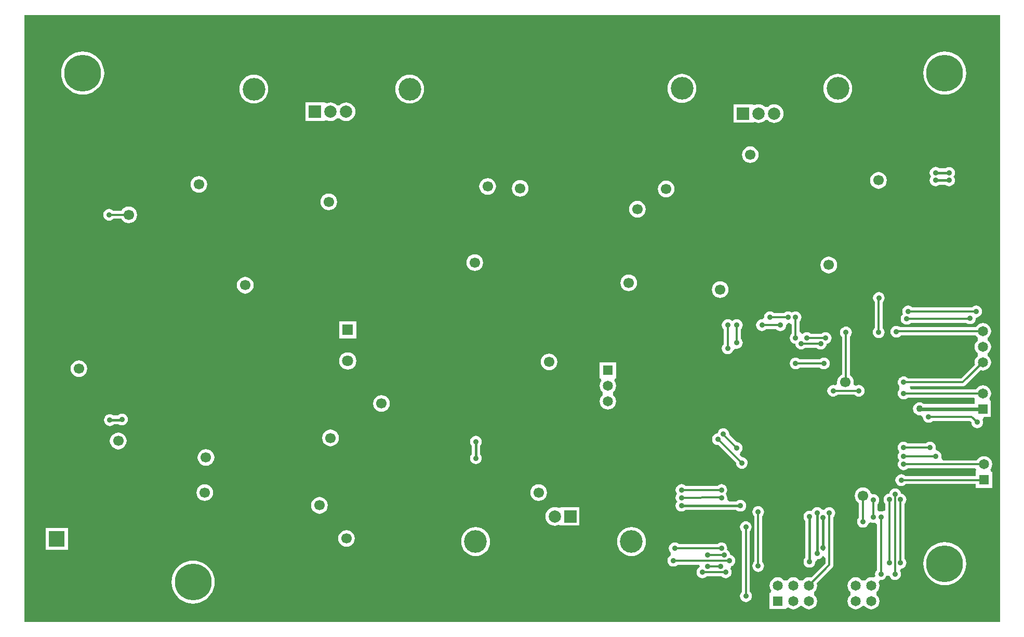
<source format=gbl>
G04 Layer_Physical_Order=2*
G04 Layer_Color=16711680*
%FSLAX44Y44*%
%MOMM*%
G71*
G01*
G75*
%ADD10C,0.3000*%
%ADD11C,0.6000*%
%ADD64C,0.4000*%
%ADD65C,0.2000*%
%ADD70C,3.7000*%
%ADD71C,2.0000*%
%ADD72R,2.0000X2.0000*%
%ADD73C,1.6500*%
%ADD74R,1.6500X1.6500*%
%ADD75C,1.7000*%
%ADD76R,1.6500X1.6500*%
%ADD77R,2.6000X2.6000*%
%ADD78C,2.6000*%
%ADD79R,1.8000X1.8000*%
%ADD80C,1.8000*%
%ADD81C,6.0000*%
%ADD82C,0.9000*%
%ADD83C,1.1000*%
G36*
X2328902Y69098D02*
X739098D01*
Y1058902D01*
X2328902D01*
Y69098D01*
D02*
G37*
%LPC*%
G36*
X892000Y377617D02*
X888476Y377152D01*
X885192Y375792D01*
X882372Y373628D01*
X880208Y370808D01*
X878848Y367524D01*
X878383Y364000D01*
X878848Y360476D01*
X880208Y357192D01*
X882372Y354372D01*
X885192Y352208D01*
X888476Y350848D01*
X892000Y350384D01*
X895524Y350848D01*
X898808Y352208D01*
X901628Y354372D01*
X903792Y357192D01*
X905153Y360476D01*
X905617Y364000D01*
X905153Y367524D01*
X903792Y370808D01*
X901628Y373628D01*
X898808Y375792D01*
X895524Y377152D01*
X892000Y377617D01*
D02*
G37*
G36*
X1238000Y382617D02*
X1234476Y382152D01*
X1231192Y380792D01*
X1228372Y378628D01*
X1226208Y375808D01*
X1224847Y372524D01*
X1224383Y369000D01*
X1224847Y365476D01*
X1226208Y362192D01*
X1228372Y359372D01*
X1231192Y357208D01*
X1234476Y355848D01*
X1238000Y355383D01*
X1241524Y355848D01*
X1244808Y357208D01*
X1247628Y359372D01*
X1249792Y362192D01*
X1251152Y365476D01*
X1251616Y369000D01*
X1251152Y372524D01*
X1249792Y375808D01*
X1247628Y378628D01*
X1244808Y380792D01*
X1241524Y382152D01*
X1238000Y382617D01*
D02*
G37*
G36*
X2214750Y363082D02*
X2212270Y362756D01*
X2209959Y361798D01*
X2207975Y360275D01*
X2207795Y360041D01*
X2178812Y359978D01*
X2178775Y360025D01*
X2176791Y361548D01*
X2174480Y362505D01*
X2172000Y362832D01*
X2169520Y362505D01*
X2167209Y361548D01*
X2165224Y360025D01*
X2163702Y358041D01*
X2162744Y355730D01*
X2162418Y353250D01*
X2162744Y350770D01*
X2163702Y348459D01*
X2165026Y346125D01*
X2163702Y343791D01*
X2162744Y341480D01*
X2162418Y339000D01*
X2162744Y336520D01*
X2163702Y334209D01*
X2165013Y332500D01*
X2163702Y330791D01*
X2162744Y328480D01*
X2162418Y326000D01*
X2162744Y323520D01*
X2163702Y321209D01*
X2165224Y319225D01*
X2167209Y317702D01*
X2169520Y316745D01*
X2172000Y316418D01*
X2174480Y316745D01*
X2176791Y317702D01*
X2178775Y319225D01*
X2178944Y319444D01*
X2288893D01*
X2289972Y317850D01*
X2289750Y313850D01*
X2289750D01*
Y306806D01*
X2174944D01*
X2174776Y307025D01*
X2172791Y308548D01*
X2170480Y309506D01*
X2168000Y309832D01*
X2165520Y309506D01*
X2163209Y308548D01*
X2161225Y307025D01*
X2159702Y305041D01*
X2158745Y302730D01*
X2158418Y300250D01*
X2158745Y297770D01*
X2159702Y295459D01*
X2161225Y293475D01*
X2163209Y291952D01*
X2165520Y290994D01*
X2168000Y290668D01*
X2170480Y290994D01*
X2172791Y291952D01*
X2174776Y293475D01*
X2174944Y293694D01*
X2289750D01*
Y287350D01*
X2316250D01*
Y313850D01*
X2315164D01*
X2313448Y317850D01*
X2314574Y319318D01*
X2315909Y322541D01*
X2316364Y326000D01*
X2315909Y329459D01*
X2314574Y332682D01*
X2312450Y335450D01*
X2309682Y337574D01*
X2306459Y338909D01*
X2303000Y339364D01*
X2299541Y338909D01*
X2296318Y337574D01*
X2293550Y335450D01*
X2291426Y332682D01*
X2291374Y332556D01*
X2235871D01*
X2233255Y336520D01*
X2233260Y336556D01*
X2233582Y339000D01*
X2233255Y341480D01*
X2232298Y343791D01*
X2230775Y345775D01*
X2228791Y347298D01*
X2226480Y348256D01*
X2224112Y350901D01*
X2224182Y352359D01*
X2224332Y353500D01*
X2224005Y355980D01*
X2223048Y358291D01*
X2221526Y360275D01*
X2219541Y361798D01*
X2217230Y362756D01*
X2214750Y363082D01*
D02*
G37*
G36*
X1475000Y372582D02*
X1472520Y372256D01*
X1470209Y371298D01*
X1468224Y369776D01*
X1466702Y367791D01*
X1465744Y365480D01*
X1465418Y363000D01*
X1465744Y360520D01*
X1466702Y358209D01*
X1467940Y356596D01*
Y342404D01*
X1466702Y340791D01*
X1465744Y338480D01*
X1465418Y336000D01*
X1465744Y333520D01*
X1466702Y331209D01*
X1468224Y329225D01*
X1470209Y327702D01*
X1472520Y326744D01*
X1475000Y326418D01*
X1477480Y326744D01*
X1479791Y327702D01*
X1481775Y329225D01*
X1483298Y331209D01*
X1484256Y333520D01*
X1484582Y336000D01*
X1484256Y338480D01*
X1483298Y340791D01*
X1482060Y342404D01*
Y356596D01*
X1483298Y358209D01*
X1484256Y360520D01*
X1484582Y363000D01*
X1484256Y365480D01*
X1483298Y367791D01*
X1481775Y369776D01*
X1479791Y371298D01*
X1477480Y372256D01*
X1475000Y372582D01*
D02*
G37*
G36*
X1875000Y293832D02*
X1872520Y293505D01*
X1870209Y292548D01*
X1868225Y291026D01*
X1868056Y290806D01*
X1816944D01*
X1816776Y291026D01*
X1814791Y292548D01*
X1812480Y293505D01*
X1810000Y293832D01*
X1807520Y293505D01*
X1805209Y292548D01*
X1803225Y291026D01*
X1801702Y289041D01*
X1800745Y286730D01*
X1800418Y284250D01*
X1800745Y281770D01*
X1801702Y279459D01*
X1802917Y277875D01*
X1801702Y276291D01*
X1800745Y273980D01*
X1800418Y271500D01*
X1800745Y269020D01*
X1801702Y266709D01*
X1803013Y265000D01*
X1801702Y263291D01*
X1800745Y260980D01*
X1800418Y258500D01*
X1800745Y256020D01*
X1801702Y253709D01*
X1803225Y251724D01*
X1805209Y250202D01*
X1807520Y249244D01*
X1810000Y248918D01*
X1812480Y249244D01*
X1814791Y250202D01*
X1816404Y251440D01*
X1899346D01*
X1900959Y250202D01*
X1903270Y249244D01*
X1905750Y248918D01*
X1908230Y249244D01*
X1910541Y250202D01*
X1912525Y251724D01*
X1914048Y253709D01*
X1915005Y256020D01*
X1915332Y258500D01*
X1915005Y260980D01*
X1914048Y263291D01*
X1912525Y265275D01*
X1910541Y266798D01*
X1908230Y267755D01*
X1905750Y268082D01*
X1903270Y267755D01*
X1900959Y266798D01*
X1899346Y265560D01*
X1887152D01*
X1884657Y268540D01*
X1884327Y269560D01*
X1884582Y271500D01*
X1884256Y273980D01*
X1883298Y276291D01*
X1882083Y277875D01*
X1883298Y279459D01*
X1884256Y281770D01*
X1884582Y284250D01*
X1884256Y286730D01*
X1883298Y289041D01*
X1881776Y291026D01*
X1879791Y292548D01*
X1877480Y293505D01*
X1875000Y293832D01*
D02*
G37*
G36*
X1878325Y384757D02*
X1875845Y384430D01*
X1873534Y383473D01*
X1871550Y381950D01*
X1870027Y379966D01*
X1869070Y377655D01*
X1868924Y376545D01*
X1866861Y376273D01*
X1864550Y375316D01*
X1862566Y373793D01*
X1861043Y371809D01*
X1860086Y369498D01*
X1859759Y367018D01*
X1860086Y364538D01*
X1861043Y362227D01*
X1862566Y360243D01*
X1864550Y358720D01*
X1866861Y357762D01*
X1869341Y357436D01*
X1869659Y357478D01*
X1898948Y328481D01*
X1898918Y328250D01*
X1899245Y325770D01*
X1900202Y323459D01*
X1901725Y321475D01*
X1903709Y319952D01*
X1906020Y318995D01*
X1908500Y318668D01*
X1910980Y318995D01*
X1913291Y319952D01*
X1915275Y321475D01*
X1916798Y323459D01*
X1917755Y325770D01*
X1918082Y328250D01*
X1917755Y330730D01*
X1916798Y333041D01*
X1915275Y335025D01*
X1913291Y336548D01*
X1910980Y337505D01*
X1908500Y337832D01*
X1908182Y337790D01*
X1905159Y340784D01*
X1906035Y345544D01*
X1906618Y345992D01*
X1908141Y347976D01*
X1909098Y350287D01*
X1909425Y352767D01*
X1909098Y355247D01*
X1908141Y357558D01*
X1906618Y359543D01*
X1904634Y361065D01*
X1902323Y362023D01*
X1899843Y362349D01*
X1899568Y362313D01*
X1887768Y374114D01*
X1887907Y375175D01*
X1887581Y377655D01*
X1886624Y379966D01*
X1885101Y381950D01*
X1883116Y383473D01*
X1880805Y384430D01*
X1878325Y384757D01*
D02*
G37*
G36*
X1035000Y350616D02*
X1031476Y350153D01*
X1028192Y348792D01*
X1025372Y346628D01*
X1023208Y343808D01*
X1021848Y340524D01*
X1021384Y337000D01*
X1021848Y333476D01*
X1023208Y330192D01*
X1025372Y327372D01*
X1028192Y325208D01*
X1031476Y323848D01*
X1035000Y323384D01*
X1038524Y323848D01*
X1041808Y325208D01*
X1044628Y327372D01*
X1046792Y330192D01*
X1048152Y333476D01*
X1048616Y337000D01*
X1048152Y340524D01*
X1046792Y343808D01*
X1044628Y346628D01*
X1041808Y348792D01*
X1038524Y350153D01*
X1035000Y350616D01*
D02*
G37*
G36*
X828000Y495616D02*
X824476Y495153D01*
X821192Y493792D01*
X818372Y491628D01*
X816208Y488808D01*
X814847Y485524D01*
X814383Y482000D01*
X814847Y478476D01*
X816208Y475192D01*
X818372Y472372D01*
X821192Y470208D01*
X824476Y468848D01*
X828000Y468383D01*
X831524Y468848D01*
X834808Y470208D01*
X837628Y472372D01*
X839792Y475192D01*
X841152Y478476D01*
X841617Y482000D01*
X841152Y485524D01*
X839792Y488808D01*
X837628Y491628D01*
X834808Y493792D01*
X831524Y495153D01*
X828000Y495616D01*
D02*
G37*
G36*
X1594000Y506617D02*
X1590476Y506152D01*
X1587192Y504792D01*
X1584372Y502628D01*
X1582208Y499808D01*
X1580847Y496524D01*
X1580384Y493000D01*
X1580847Y489476D01*
X1582208Y486192D01*
X1584372Y483372D01*
X1587192Y481208D01*
X1590476Y479847D01*
X1594000Y479384D01*
X1597524Y479847D01*
X1600808Y481208D01*
X1603628Y483372D01*
X1605792Y486192D01*
X1607153Y489476D01*
X1607616Y493000D01*
X1607153Y496524D01*
X1605792Y499808D01*
X1603628Y502628D01*
X1600808Y504792D01*
X1597524Y506152D01*
X1594000Y506617D01*
D02*
G37*
G36*
X1266000Y508721D02*
X1262345Y508240D01*
X1258940Y506829D01*
X1256015Y504585D01*
X1253771Y501660D01*
X1252360Y498255D01*
X1251879Y494600D01*
X1252360Y490945D01*
X1253771Y487540D01*
X1256015Y484615D01*
X1258940Y482371D01*
X1262345Y480960D01*
X1266000Y480479D01*
X1269655Y480960D01*
X1273060Y482371D01*
X1275985Y484615D01*
X1278229Y487540D01*
X1279640Y490945D01*
X1280121Y494600D01*
X1279640Y498255D01*
X1278229Y501660D01*
X1275985Y504585D01*
X1273060Y506829D01*
X1269655Y508240D01*
X1266000Y508721D01*
D02*
G37*
G36*
X2077937Y550582D02*
X2075457Y550256D01*
X2073147Y549298D01*
X2071162Y547775D01*
X2069639Y545791D01*
X2068682Y543480D01*
X2068356Y541000D01*
X2068682Y538520D01*
X2069639Y536209D01*
X2071162Y534225D01*
X2071381Y534056D01*
Y472285D01*
X2070192Y471792D01*
X2067372Y469628D01*
X2065208Y466808D01*
X2063848Y463524D01*
X2063384Y460000D01*
X2063697Y457618D01*
X2061195Y455400D01*
X2060152Y454977D01*
X2059480Y455256D01*
X2057000Y455582D01*
X2054520Y455256D01*
X2052209Y454298D01*
X2050225Y452775D01*
X2048702Y450791D01*
X2047745Y448480D01*
X2047418Y446000D01*
X2047745Y443520D01*
X2048702Y441209D01*
X2050225Y439225D01*
X2052209Y437702D01*
X2054520Y436745D01*
X2057000Y436418D01*
X2059480Y436745D01*
X2061791Y437702D01*
X2063775Y439225D01*
X2063944Y439444D01*
X2092056D01*
X2092224Y439225D01*
X2094209Y437702D01*
X2096520Y436745D01*
X2099000Y436418D01*
X2101480Y436745D01*
X2103791Y437702D01*
X2105775Y439225D01*
X2107298Y441209D01*
X2108255Y443520D01*
X2108582Y446000D01*
X2108255Y448480D01*
X2107298Y450791D01*
X2105775Y452775D01*
X2103791Y454298D01*
X2101480Y455256D01*
X2099000Y455582D01*
X2096520Y455256D01*
X2094209Y454298D01*
X2090396Y455974D01*
X2090155Y456470D01*
X2090163Y456556D01*
X2090616Y460000D01*
X2090152Y463524D01*
X2088792Y466808D01*
X2086628Y469628D01*
X2084494Y471266D01*
Y534056D01*
X2084713Y534225D01*
X2086236Y536209D01*
X2087193Y538520D01*
X2087519Y541000D01*
X2087193Y543480D01*
X2086236Y545791D01*
X2084713Y547775D01*
X2082728Y549298D01*
X2080417Y550256D01*
X2077937Y550582D01*
D02*
G37*
G36*
X898000Y408582D02*
X895520Y408255D01*
X893209Y407298D01*
X891225Y405775D01*
X891059Y405560D01*
X884167D01*
X883205Y406298D01*
X880894Y407255D01*
X878414Y407582D01*
X875934Y407255D01*
X873623Y406298D01*
X871639Y404775D01*
X870116Y402791D01*
X869159Y400480D01*
X868832Y398000D01*
X869159Y395520D01*
X870116Y393209D01*
X871639Y391225D01*
X873623Y389702D01*
X875934Y388745D01*
X878414Y388418D01*
X880894Y388745D01*
X883205Y389702D01*
X885190Y391225D01*
X885355Y391440D01*
X892247D01*
X893209Y390702D01*
X895520Y389744D01*
X898000Y389418D01*
X900480Y389744D01*
X902791Y390702D01*
X904775Y392225D01*
X906298Y394209D01*
X907255Y396520D01*
X907582Y399000D01*
X907255Y401480D01*
X906298Y403791D01*
X904775Y405775D01*
X902791Y407298D01*
X900480Y408255D01*
X898000Y408582D01*
D02*
G37*
G36*
X1321000Y438616D02*
X1317476Y438153D01*
X1314192Y436792D01*
X1311372Y434628D01*
X1309208Y431808D01*
X1307847Y428524D01*
X1307384Y425000D01*
X1307847Y421476D01*
X1309208Y418192D01*
X1311372Y415372D01*
X1314192Y413208D01*
X1317476Y411847D01*
X1321000Y411384D01*
X1324524Y411847D01*
X1327808Y413208D01*
X1330628Y415372D01*
X1332792Y418192D01*
X1334153Y421476D01*
X1334617Y425000D01*
X1334153Y428524D01*
X1332792Y431808D01*
X1330628Y434628D01*
X1327808Y436792D01*
X1324524Y438153D01*
X1321000Y438616D01*
D02*
G37*
G36*
X1703250Y492650D02*
X1676750D01*
Y466150D01*
X1677836D01*
X1679552Y462150D01*
X1678426Y460682D01*
X1677091Y457459D01*
X1676636Y454000D01*
X1677091Y450541D01*
X1678426Y447318D01*
X1680550Y444550D01*
X1681635Y443717D01*
X1681798Y443375D01*
Y439225D01*
X1681635Y438883D01*
X1680550Y438050D01*
X1678426Y435282D01*
X1677091Y432059D01*
X1676636Y428600D01*
X1677091Y425141D01*
X1678426Y421918D01*
X1680550Y419150D01*
X1683318Y417026D01*
X1686541Y415691D01*
X1690000Y415236D01*
X1693459Y415691D01*
X1696682Y417026D01*
X1699450Y419150D01*
X1701574Y421918D01*
X1702909Y425141D01*
X1703364Y428600D01*
X1702909Y432059D01*
X1701574Y435282D01*
X1699450Y438050D01*
X1698365Y438883D01*
X1698202Y439225D01*
Y443375D01*
X1698365Y443717D01*
X1699450Y444550D01*
X1701574Y447318D01*
X1702909Y450541D01*
X1703364Y454000D01*
X1702909Y457459D01*
X1701574Y460682D01*
X1700448Y462150D01*
X1702164Y466150D01*
X1703250D01*
Y492650D01*
D02*
G37*
G36*
X1577000Y293617D02*
X1573476Y293153D01*
X1570192Y291792D01*
X1567372Y289628D01*
X1565208Y286808D01*
X1563848Y283524D01*
X1563383Y280000D01*
X1563848Y276476D01*
X1565208Y273192D01*
X1567372Y270372D01*
X1570192Y268208D01*
X1573476Y266847D01*
X1577000Y266383D01*
X1580524Y266847D01*
X1583808Y268208D01*
X1586628Y270372D01*
X1588792Y273192D01*
X1590152Y276476D01*
X1590616Y280000D01*
X1590152Y283524D01*
X1588792Y286808D01*
X1586628Y289628D01*
X1583808Y291792D01*
X1580524Y293153D01*
X1577000Y293617D01*
D02*
G37*
G36*
X1935000Y257832D02*
X1932520Y257505D01*
X1930209Y256548D01*
X1928224Y255025D01*
X1926702Y253041D01*
X1925744Y250730D01*
X1925418Y248250D01*
X1925744Y245770D01*
X1926702Y243459D01*
X1928224Y241474D01*
X1928444Y241306D01*
Y166944D01*
X1928224Y166775D01*
X1926702Y164791D01*
X1925744Y162480D01*
X1925418Y160000D01*
X1925744Y157520D01*
X1926702Y155209D01*
X1928224Y153225D01*
X1930209Y151702D01*
X1932520Y150745D01*
X1935000Y150418D01*
X1937480Y150745D01*
X1939791Y151702D01*
X1941775Y153225D01*
X1943298Y155209D01*
X1944255Y157520D01*
X1944582Y160000D01*
X1944255Y162480D01*
X1943298Y164791D01*
X1941775Y166775D01*
X1941556Y166944D01*
Y241306D01*
X1941775Y241474D01*
X1943298Y243459D01*
X1944255Y245770D01*
X1944582Y248250D01*
X1944255Y250730D01*
X1943298Y253041D01*
X1941775Y255025D01*
X1939791Y256548D01*
X1937480Y257505D01*
X1935000Y257832D01*
D02*
G37*
G36*
X1474400Y223614D02*
X1469793Y223160D01*
X1465363Y221816D01*
X1461281Y219634D01*
X1457703Y216697D01*
X1454766Y213119D01*
X1452584Y209037D01*
X1451240Y204607D01*
X1450786Y200000D01*
X1451240Y195393D01*
X1452584Y190963D01*
X1454766Y186881D01*
X1457703Y183303D01*
X1461281Y180366D01*
X1465363Y178184D01*
X1469793Y176840D01*
X1474400Y176386D01*
X1479007Y176840D01*
X1483437Y178184D01*
X1487519Y180366D01*
X1491097Y183303D01*
X1494034Y186881D01*
X1496216Y190963D01*
X1497560Y195393D01*
X1498014Y200000D01*
X1497560Y204607D01*
X1496216Y209037D01*
X1494034Y213119D01*
X1491097Y216697D01*
X1487519Y219634D01*
X1483437Y221816D01*
X1479007Y223160D01*
X1474400Y223614D01*
D02*
G37*
G36*
X1728400D02*
X1723793Y223160D01*
X1719364Y221816D01*
X1715281Y219634D01*
X1711703Y216697D01*
X1708766Y213119D01*
X1706584Y209037D01*
X1705240Y204607D01*
X1704786Y200000D01*
X1705240Y195393D01*
X1706584Y190963D01*
X1708766Y186881D01*
X1711703Y183303D01*
X1715281Y180366D01*
X1719364Y178184D01*
X1723793Y176840D01*
X1728400Y176386D01*
X1733007Y176840D01*
X1737437Y178184D01*
X1741519Y180366D01*
X1745097Y183303D01*
X1748034Y186881D01*
X1750216Y190963D01*
X1751560Y195393D01*
X1752014Y200000D01*
X1751560Y204607D01*
X1750216Y209037D01*
X1748034Y213119D01*
X1745097Y216697D01*
X1741519Y219634D01*
X1737437Y221816D01*
X1733007Y223160D01*
X1728400Y223614D01*
D02*
G37*
G36*
X2105750Y288367D02*
X2102226Y287903D01*
X2098942Y286542D01*
X2096122Y284378D01*
X2093958Y281558D01*
X2092598Y278274D01*
X2092133Y274750D01*
X2092598Y271226D01*
X2093958Y267942D01*
X2096122Y265122D01*
X2098942Y262958D01*
X2099069Y262905D01*
Y239461D01*
X2098827Y239275D01*
X2097305Y237291D01*
X2096347Y234980D01*
X2096021Y232500D01*
X2096347Y230020D01*
X2097305Y227709D01*
X2098827Y225725D01*
X2100812Y224202D01*
X2103123Y223244D01*
X2105603Y222918D01*
X2108083Y223244D01*
X2110394Y224202D01*
X2112378Y225725D01*
X2113901Y227709D01*
X2114490Y229130D01*
X2115984Y230324D01*
X2119041Y231150D01*
X2120020Y230744D01*
X2122500Y230418D01*
X2124444Y230674D01*
X2125450Y230352D01*
X2128444Y227850D01*
Y153944D01*
X2128224Y153776D01*
X2126702Y151791D01*
X2125744Y149480D01*
X2125418Y147000D01*
X2125744Y144520D01*
X2125824Y144327D01*
X2122763Y141266D01*
X2122659Y141309D01*
X2119200Y141764D01*
X2115741Y141309D01*
X2112518Y139974D01*
X2109750Y137850D01*
X2108917Y136765D01*
X2108575Y136602D01*
X2104425D01*
X2104083Y136765D01*
X2103250Y137850D01*
X2100482Y139974D01*
X2097259Y141309D01*
X2093800Y141764D01*
X2090341Y141309D01*
X2087118Y139974D01*
X2084350Y137850D01*
X2082226Y135082D01*
X2080891Y131859D01*
X2080436Y128400D01*
X2080891Y124941D01*
X2082226Y121718D01*
X2084350Y118950D01*
X2085435Y118117D01*
X2085598Y117775D01*
Y113625D01*
X2085435Y113283D01*
X2084350Y112450D01*
X2082226Y109682D01*
X2080891Y106459D01*
X2080436Y103000D01*
X2080891Y99541D01*
X2082226Y96318D01*
X2084350Y93550D01*
X2087118Y91426D01*
X2090341Y90091D01*
X2093800Y89636D01*
X2097259Y90091D01*
X2100482Y91426D01*
X2103250Y93550D01*
X2104083Y94635D01*
X2104425Y94798D01*
X2108575D01*
X2108917Y94635D01*
X2109750Y93550D01*
X2112518Y91426D01*
X2115741Y90091D01*
X2119200Y89636D01*
X2122659Y90091D01*
X2125882Y91426D01*
X2128650Y93550D01*
X2130774Y96318D01*
X2132109Y99541D01*
X2132564Y103000D01*
X2132109Y106459D01*
X2130774Y109682D01*
X2128650Y112450D01*
X2127565Y113283D01*
X2127402Y113625D01*
Y117775D01*
X2127565Y118117D01*
X2128650Y118950D01*
X2130774Y121718D01*
X2132109Y124941D01*
X2132564Y128400D01*
X2132109Y131859D01*
X2131202Y134049D01*
X2131484Y134839D01*
X2132787Y136671D01*
X2133914Y137561D01*
X2135000Y137418D01*
X2137480Y137745D01*
X2139791Y138702D01*
X2141775Y140225D01*
X2143298Y142209D01*
X2144018Y143946D01*
X2144227Y144450D01*
X2144418Y144520D01*
X2148582D01*
X2148773Y144450D01*
X2148860Y144242D01*
X2149702Y142209D01*
X2151225Y140225D01*
X2153209Y138702D01*
X2155520Y137745D01*
X2158000Y137418D01*
X2160480Y137745D01*
X2162791Y138702D01*
X2164776Y140225D01*
X2166298Y142209D01*
X2167256Y144520D01*
X2167582Y147000D01*
X2167256Y149480D01*
X2166298Y151791D01*
X2166140Y151997D01*
X2166455Y153433D01*
X2168066Y156058D01*
X2169480Y156244D01*
X2171791Y157202D01*
X2173775Y158724D01*
X2175298Y160709D01*
X2176255Y163020D01*
X2176582Y165500D01*
X2176255Y167980D01*
X2175298Y170291D01*
X2173775Y172275D01*
X2173556Y172444D01*
Y261556D01*
X2173775Y261724D01*
X2175298Y263709D01*
X2176255Y266020D01*
X2176582Y268500D01*
X2176255Y270980D01*
X2175298Y273291D01*
X2173775Y275275D01*
X2171791Y276798D01*
X2169480Y277756D01*
X2167447Y278023D01*
X2167256Y279480D01*
X2166298Y281791D01*
X2164776Y283776D01*
X2162791Y285298D01*
X2160480Y286255D01*
X2158000Y286582D01*
X2155520Y286255D01*
X2153209Y285298D01*
X2151225Y283776D01*
X2149702Y281791D01*
X2148745Y279480D01*
X2148557Y278057D01*
X2146270Y277756D01*
X2143959Y276798D01*
X2141975Y275275D01*
X2140452Y273291D01*
X2139495Y270980D01*
X2139168Y268500D01*
X2139495Y266020D01*
X2140452Y263709D01*
X2141975Y261724D01*
X2142194Y261556D01*
Y251480D01*
X2141736Y250874D01*
X2138194Y248960D01*
X2137480Y249256D01*
X2135000Y249582D01*
X2133056Y249326D01*
X2132050Y249648D01*
X2129056Y252150D01*
Y261056D01*
X2129275Y261224D01*
X2130798Y263209D01*
X2131756Y265520D01*
X2132082Y268000D01*
X2131756Y270480D01*
X2130798Y272791D01*
X2129275Y274775D01*
X2127291Y276298D01*
X2124980Y277255D01*
X2122500Y277582D01*
X2120020Y277255D01*
X2117896Y280705D01*
X2117542Y281558D01*
X2115378Y284378D01*
X2112558Y286542D01*
X2109274Y287903D01*
X2105750Y288367D01*
D02*
G37*
G36*
X1014000Y169108D02*
X1008508Y168676D01*
X1003151Y167390D01*
X998061Y165282D01*
X993364Y162403D01*
X989175Y158825D01*
X985597Y154636D01*
X982718Y149939D01*
X980610Y144849D01*
X979324Y139492D01*
X978892Y134000D01*
X979324Y128508D01*
X980610Y123151D01*
X982718Y118061D01*
X985597Y113364D01*
X989175Y109175D01*
X993364Y105597D01*
X998061Y102718D01*
X1003151Y100610D01*
X1008508Y99324D01*
X1014000Y98892D01*
X1019492Y99324D01*
X1024849Y100610D01*
X1029939Y102718D01*
X1034636Y105597D01*
X1038825Y109175D01*
X1042403Y113364D01*
X1045282Y118061D01*
X1047390Y123151D01*
X1048676Y128508D01*
X1049108Y134000D01*
X1048676Y139492D01*
X1047390Y144849D01*
X1045282Y149939D01*
X1042403Y154636D01*
X1038825Y158825D01*
X1034636Y162403D01*
X1029939Y165282D01*
X1024849Y167390D01*
X1019492Y168676D01*
X1014000Y169108D01*
D02*
G37*
G36*
X1914750Y233082D02*
X1912270Y232756D01*
X1909959Y231798D01*
X1907975Y230275D01*
X1906452Y228291D01*
X1905495Y225980D01*
X1905168Y223500D01*
X1905495Y221020D01*
X1906452Y218709D01*
X1907975Y216725D01*
X1908319Y216460D01*
Y117848D01*
X1908224Y117775D01*
X1906702Y115791D01*
X1905744Y113480D01*
X1905418Y111000D01*
X1905744Y108520D01*
X1906702Y106209D01*
X1908224Y104225D01*
X1910209Y102702D01*
X1912520Y101745D01*
X1915000Y101418D01*
X1917480Y101745D01*
X1919791Y102702D01*
X1921775Y104225D01*
X1923298Y106209D01*
X1924255Y108520D01*
X1924582Y111000D01*
X1924255Y113480D01*
X1923298Y115791D01*
X1921775Y117775D01*
X1921431Y118040D01*
Y216652D01*
X1921525Y216725D01*
X1923048Y218709D01*
X1924005Y221020D01*
X1924332Y223500D01*
X1924005Y225980D01*
X1923048Y228291D01*
X1921525Y230275D01*
X1919541Y231798D01*
X1917230Y232756D01*
X1914750Y233082D01*
D02*
G37*
G36*
X2239000Y199108D02*
X2233508Y198676D01*
X2228151Y197390D01*
X2223061Y195282D01*
X2218364Y192403D01*
X2214175Y188825D01*
X2210597Y184636D01*
X2207718Y179939D01*
X2205610Y174849D01*
X2204324Y169492D01*
X2203892Y164000D01*
X2204324Y158508D01*
X2205610Y153151D01*
X2207718Y148061D01*
X2210597Y143364D01*
X2214175Y139175D01*
X2218364Y135597D01*
X2223061Y132718D01*
X2228151Y130610D01*
X2233508Y129324D01*
X2239000Y128892D01*
X2244492Y129324D01*
X2249849Y130610D01*
X2254939Y132718D01*
X2259636Y135597D01*
X2263825Y139175D01*
X2267403Y143364D01*
X2270282Y148061D01*
X2272390Y153151D01*
X2273676Y158508D01*
X2274108Y164000D01*
X2273676Y169492D01*
X2272390Y174849D01*
X2270282Y179939D01*
X2267403Y184636D01*
X2263825Y188825D01*
X2259636Y192403D01*
X2254939Y195282D01*
X2249849Y197390D01*
X2244492Y198676D01*
X2239000Y199108D01*
D02*
G37*
G36*
X1220000Y272616D02*
X1216476Y272153D01*
X1213192Y270792D01*
X1210372Y268628D01*
X1208208Y265808D01*
X1206848Y262524D01*
X1206384Y259000D01*
X1206848Y255476D01*
X1208208Y252192D01*
X1210372Y249372D01*
X1213192Y247208D01*
X1216476Y245847D01*
X1220000Y245383D01*
X1223524Y245847D01*
X1226808Y247208D01*
X1229628Y249372D01*
X1231792Y252192D01*
X1233152Y255476D01*
X1233616Y259000D01*
X1233152Y262524D01*
X1231792Y265808D01*
X1229628Y268628D01*
X1226808Y270792D01*
X1223524Y272153D01*
X1220000Y272616D01*
D02*
G37*
G36*
X2051000Y256082D02*
X2048520Y255755D01*
X2046209Y254798D01*
X2044225Y253275D01*
X2043466Y252286D01*
X2042104Y251940D01*
X2040146D01*
X2038784Y252286D01*
X2038026Y253275D01*
X2036041Y254798D01*
X2033730Y255755D01*
X2031250Y256082D01*
X2028770Y255755D01*
X2026459Y254798D01*
X2024475Y253275D01*
X2022952Y251291D01*
X2022209Y249497D01*
X2020980Y250005D01*
X2018500Y250332D01*
X2016020Y250005D01*
X2013709Y249048D01*
X2011725Y247525D01*
X2010202Y245541D01*
X2009245Y243230D01*
X2008918Y240750D01*
X2009245Y238270D01*
X2010202Y235959D01*
X2011440Y234346D01*
Y173404D01*
X2010202Y171791D01*
X2009245Y169480D01*
X2008918Y167000D01*
X2009245Y164520D01*
X2010202Y162209D01*
X2011725Y160224D01*
X2013709Y158702D01*
X2016020Y157745D01*
X2018500Y157418D01*
X2020980Y157745D01*
X2023291Y158702D01*
X2025276Y160224D01*
X2026798Y162209D01*
X2027755Y164520D01*
X2028082Y167000D01*
X2028029Y167405D01*
X2031118Y170848D01*
X2031451Y170944D01*
X2033730Y171245D01*
X2036041Y172202D01*
X2038026Y173724D01*
X2039548Y175709D01*
X2040149Y177159D01*
X2040444Y177176D01*
X2044444Y173408D01*
Y164516D01*
X2021185Y141257D01*
X2021059Y141309D01*
X2017600Y141764D01*
X2014141Y141309D01*
X2010918Y139974D01*
X2008150Y137850D01*
X2007317Y136765D01*
X2006975Y136602D01*
X2002825D01*
X2002483Y136765D01*
X2001650Y137850D01*
X1998882Y139974D01*
X1995659Y141309D01*
X1992200Y141764D01*
X1988741Y141309D01*
X1985518Y139974D01*
X1982750Y137850D01*
X1981917Y136765D01*
X1981575Y136602D01*
X1977425D01*
X1977083Y136765D01*
X1976250Y137850D01*
X1973482Y139974D01*
X1970259Y141309D01*
X1966800Y141764D01*
X1963341Y141309D01*
X1960118Y139974D01*
X1957350Y137850D01*
X1955226Y135082D01*
X1953891Y131859D01*
X1953436Y128400D01*
X1953891Y124941D01*
X1955226Y121718D01*
X1956353Y120250D01*
X1954635Y116250D01*
X1953550D01*
Y89750D01*
X1980050D01*
Y90836D01*
X1984050Y92552D01*
X1985518Y91426D01*
X1988741Y90091D01*
X1992200Y89636D01*
X1995659Y90091D01*
X1998882Y91426D01*
X2001650Y93550D01*
X2002483Y94635D01*
X2002825Y94798D01*
X2006975D01*
X2007317Y94635D01*
X2008150Y93550D01*
X2010918Y91426D01*
X2014141Y90091D01*
X2017600Y89636D01*
X2021059Y90091D01*
X2024282Y91426D01*
X2027050Y93550D01*
X2029174Y96318D01*
X2030509Y99541D01*
X2030964Y103000D01*
X2030509Y106459D01*
X2029174Y109682D01*
X2027050Y112450D01*
X2025965Y113283D01*
X2025802Y113625D01*
Y117775D01*
X2025965Y118117D01*
X2027050Y118950D01*
X2029174Y121718D01*
X2030509Y124941D01*
X2030964Y128400D01*
X2030509Y131859D01*
X2030457Y131985D01*
X2055636Y157164D01*
X2056678Y158522D01*
X2057333Y160103D01*
X2057556Y161800D01*
Y239556D01*
X2057775Y239725D01*
X2059298Y241709D01*
X2060255Y244020D01*
X2060582Y246500D01*
X2060255Y248980D01*
X2059298Y251291D01*
X2057775Y253275D01*
X2055791Y254798D01*
X2053480Y255755D01*
X2051000Y256082D01*
D02*
G37*
G36*
X1033000Y293617D02*
X1029476Y293153D01*
X1026192Y291792D01*
X1023372Y289628D01*
X1021208Y286808D01*
X1019847Y283524D01*
X1019383Y280000D01*
X1019847Y276476D01*
X1021208Y273192D01*
X1023372Y270372D01*
X1026192Y268208D01*
X1029476Y266847D01*
X1033000Y266383D01*
X1036524Y266847D01*
X1039808Y268208D01*
X1042628Y270372D01*
X1044792Y273192D01*
X1046152Y276476D01*
X1046616Y280000D01*
X1046152Y283524D01*
X1044792Y286808D01*
X1042628Y289628D01*
X1039808Y291792D01*
X1036524Y293153D01*
X1033000Y293617D01*
D02*
G37*
G36*
X1603400Y256073D02*
X1600459Y255783D01*
X1597632Y254925D01*
X1595026Y253532D01*
X1592742Y251658D01*
X1590868Y249374D01*
X1589475Y246768D01*
X1588617Y243941D01*
X1588327Y241000D01*
X1588617Y238060D01*
X1589475Y235232D01*
X1590868Y232626D01*
X1592742Y230342D01*
X1595026Y228468D01*
X1597632Y227075D01*
X1600459Y226217D01*
X1603400Y225927D01*
X1606340Y226217D01*
X1609168Y227075D01*
X1609800Y227413D01*
X1613800Y226000D01*
Y226000D01*
X1643800D01*
Y256000D01*
X1613800D01*
Y256000D01*
X1609800Y254587D01*
X1609168Y254925D01*
X1606340Y255783D01*
X1603400Y256073D01*
D02*
G37*
G36*
X810000Y222200D02*
X774000D01*
Y186200D01*
X810000D01*
Y222200D01*
D02*
G37*
G36*
X1264000Y218617D02*
X1260476Y218153D01*
X1257192Y216792D01*
X1254372Y214628D01*
X1252208Y211808D01*
X1250847Y208524D01*
X1250384Y205000D01*
X1250847Y201476D01*
X1252208Y198192D01*
X1254372Y195372D01*
X1257192Y193208D01*
X1260476Y191847D01*
X1264000Y191383D01*
X1267524Y191847D01*
X1270808Y193208D01*
X1273628Y195372D01*
X1275792Y198192D01*
X1277152Y201476D01*
X1277617Y205000D01*
X1277152Y208524D01*
X1275792Y211808D01*
X1273628Y214628D01*
X1270808Y216792D01*
X1267524Y218153D01*
X1264000Y218617D01*
D02*
G37*
G36*
X1875000Y198582D02*
X1872520Y198256D01*
X1870209Y197298D01*
X1868225Y195776D01*
X1868056Y195556D01*
X1805944D01*
X1805775Y195776D01*
X1803791Y197298D01*
X1801480Y198256D01*
X1799000Y198582D01*
X1796520Y198256D01*
X1794209Y197298D01*
X1792225Y195776D01*
X1790702Y193791D01*
X1789745Y191480D01*
X1789418Y189000D01*
X1789745Y186520D01*
X1790702Y184209D01*
X1792225Y182225D01*
X1792581Y181951D01*
X1792072Y177449D01*
X1791709Y177298D01*
X1789724Y175775D01*
X1788202Y173791D01*
X1787245Y171480D01*
X1786918Y169000D01*
X1787245Y166520D01*
X1788202Y164209D01*
X1789724Y162225D01*
X1791709Y160702D01*
X1794020Y159745D01*
X1796500Y159418D01*
X1798980Y159745D01*
X1801291Y160702D01*
X1803275Y162225D01*
X1803444Y162444D01*
X1838765D01*
X1839561Y158444D01*
X1839209Y158298D01*
X1837224Y156776D01*
X1835702Y154791D01*
X1834745Y152480D01*
X1834418Y150000D01*
X1834745Y147520D01*
X1835702Y145209D01*
X1837224Y143225D01*
X1839209Y141702D01*
X1841520Y140744D01*
X1844000Y140418D01*
X1846480Y140744D01*
X1848791Y141702D01*
X1850775Y143225D01*
X1850944Y143444D01*
X1875056D01*
X1875224Y143225D01*
X1877209Y141702D01*
X1879520Y140744D01*
X1882000Y140418D01*
X1884480Y140744D01*
X1886791Y141702D01*
X1888775Y143225D01*
X1890298Y145209D01*
X1891255Y147520D01*
X1891582Y150000D01*
X1891255Y152480D01*
X1890298Y154791D01*
X1889674Y155604D01*
X1890204Y158327D01*
X1890540Y159204D01*
X1891127Y160013D01*
X1892791Y160702D01*
X1894776Y162225D01*
X1896298Y164209D01*
X1897256Y166520D01*
X1897582Y169000D01*
X1897256Y171480D01*
X1896298Y173791D01*
X1894776Y175775D01*
X1892791Y177298D01*
X1890480Y178255D01*
X1889532Y178380D01*
X1889256Y180480D01*
X1888298Y182791D01*
X1886775Y184775D01*
X1884791Y186298D01*
X1884256Y186520D01*
X1884582Y189000D01*
X1884256Y191480D01*
X1883298Y193791D01*
X1881776Y195776D01*
X1879791Y197298D01*
X1877480Y198256D01*
X1875000Y198582D01*
D02*
G37*
G36*
X2131000Y802617D02*
X2127476Y802152D01*
X2124192Y800792D01*
X2121372Y798628D01*
X2119208Y795808D01*
X2117847Y792524D01*
X2117384Y789000D01*
X2117847Y785476D01*
X2119208Y782192D01*
X2121372Y779372D01*
X2124192Y777208D01*
X2127476Y775847D01*
X2131000Y775384D01*
X2134524Y775847D01*
X2137808Y777208D01*
X2140628Y779372D01*
X2142792Y782192D01*
X2144153Y785476D01*
X2144617Y789000D01*
X2144153Y792524D01*
X2142792Y795808D01*
X2140628Y798628D01*
X2137808Y800792D01*
X2134524Y802152D01*
X2131000Y802617D01*
D02*
G37*
G36*
X2224000Y811082D02*
X2221520Y810755D01*
X2219209Y809798D01*
X2217224Y808276D01*
X2215702Y806291D01*
X2214745Y803980D01*
X2214418Y801500D01*
X2214745Y799020D01*
X2215702Y796709D01*
X2216821Y795250D01*
X2215702Y793791D01*
X2214745Y791480D01*
X2214418Y789000D01*
X2214745Y786520D01*
X2215702Y784209D01*
X2217224Y782225D01*
X2219209Y780702D01*
X2221520Y779744D01*
X2224000Y779418D01*
X2226480Y779744D01*
X2228791Y780702D01*
X2230404Y781940D01*
X2239596D01*
X2241209Y780702D01*
X2243520Y779744D01*
X2246000Y779418D01*
X2248480Y779744D01*
X2250791Y780702D01*
X2252776Y782225D01*
X2254298Y784209D01*
X2255255Y786520D01*
X2255582Y789000D01*
X2255255Y791480D01*
X2254298Y793791D01*
X2253400Y794962D01*
X2254548Y796459D01*
X2255505Y798770D01*
X2255832Y801250D01*
X2255505Y803730D01*
X2254548Y806041D01*
X2253025Y808026D01*
X2251041Y809548D01*
X2248730Y810506D01*
X2246250Y810832D01*
X2243770Y810506D01*
X2241459Y809548D01*
X2240172Y808560D01*
X2230404D01*
X2228791Y809798D01*
X2226480Y810755D01*
X2224000Y811082D01*
D02*
G37*
G36*
X1922000Y844616D02*
X1918476Y844153D01*
X1915192Y842792D01*
X1912372Y840628D01*
X1910208Y837808D01*
X1908848Y834524D01*
X1908383Y831000D01*
X1908848Y827476D01*
X1910208Y824192D01*
X1912372Y821372D01*
X1915192Y819208D01*
X1918476Y817848D01*
X1922000Y817383D01*
X1925524Y817848D01*
X1928808Y819208D01*
X1931628Y821372D01*
X1933792Y824192D01*
X1935152Y827476D01*
X1935616Y831000D01*
X1935152Y834524D01*
X1933792Y837808D01*
X1931628Y840628D01*
X1928808Y842792D01*
X1925524Y844153D01*
X1922000Y844616D01*
D02*
G37*
G36*
X1023500Y796116D02*
X1019976Y795652D01*
X1016692Y794292D01*
X1013872Y792128D01*
X1011708Y789308D01*
X1010348Y786024D01*
X1009884Y782500D01*
X1010348Y778976D01*
X1011708Y775692D01*
X1013872Y772872D01*
X1016692Y770708D01*
X1019976Y769348D01*
X1023500Y768884D01*
X1027024Y769348D01*
X1030308Y770708D01*
X1033128Y772872D01*
X1035292Y775692D01*
X1036653Y778976D01*
X1037116Y782500D01*
X1036653Y786024D01*
X1035292Y789308D01*
X1033128Y792128D01*
X1030308Y794292D01*
X1027024Y795652D01*
X1023500Y796116D01*
D02*
G37*
G36*
X1785000Y788616D02*
X1781476Y788152D01*
X1778192Y786792D01*
X1775372Y784628D01*
X1773208Y781808D01*
X1771848Y778524D01*
X1771384Y775000D01*
X1771848Y771476D01*
X1773208Y768192D01*
X1775372Y765372D01*
X1778192Y763208D01*
X1781476Y761848D01*
X1785000Y761384D01*
X1788524Y761848D01*
X1791808Y763208D01*
X1794628Y765372D01*
X1796792Y768192D01*
X1798152Y771476D01*
X1798616Y775000D01*
X1798152Y778524D01*
X1796792Y781808D01*
X1794628Y784628D01*
X1791808Y786792D01*
X1788524Y788152D01*
X1785000Y788616D01*
D02*
G37*
G36*
X1547000Y789616D02*
X1543476Y789153D01*
X1540192Y787792D01*
X1537372Y785628D01*
X1535208Y782808D01*
X1533848Y779524D01*
X1533383Y776000D01*
X1533848Y772476D01*
X1535208Y769192D01*
X1537372Y766372D01*
X1540192Y764208D01*
X1543476Y762848D01*
X1547000Y762383D01*
X1550524Y762848D01*
X1553808Y764208D01*
X1556628Y766372D01*
X1558792Y769192D01*
X1560152Y772476D01*
X1560616Y776000D01*
X1560152Y779524D01*
X1558792Y782808D01*
X1556628Y785628D01*
X1553808Y787792D01*
X1550524Y789153D01*
X1547000Y789616D01*
D02*
G37*
G36*
X1494000Y792616D02*
X1490476Y792152D01*
X1487192Y790792D01*
X1484372Y788628D01*
X1482208Y785808D01*
X1480847Y782524D01*
X1480384Y779000D01*
X1480847Y775476D01*
X1482208Y772192D01*
X1484372Y769372D01*
X1487192Y767208D01*
X1490476Y765847D01*
X1494000Y765384D01*
X1497524Y765847D01*
X1500808Y767208D01*
X1503628Y769372D01*
X1505792Y772192D01*
X1507153Y775476D01*
X1507616Y779000D01*
X1507153Y782524D01*
X1505792Y785808D01*
X1503628Y788628D01*
X1500808Y790792D01*
X1497524Y792152D01*
X1494000Y792616D01*
D02*
G37*
G36*
X1961000Y913073D02*
X1958060Y912783D01*
X1955232Y911925D01*
X1952626Y910532D01*
X1950342Y908658D01*
X1946258D01*
X1943974Y910532D01*
X1941368Y911925D01*
X1938540Y912783D01*
X1935600Y913073D01*
X1932659Y912783D01*
X1929832Y911925D01*
X1929200Y911588D01*
X1925200Y913000D01*
Y913000D01*
X1895200D01*
Y883000D01*
X1925200D01*
Y883000D01*
X1929200Y884413D01*
X1929832Y884075D01*
X1932659Y883217D01*
X1935600Y882927D01*
X1938540Y883217D01*
X1941368Y884075D01*
X1943974Y885468D01*
X1946258Y887342D01*
X1950342D01*
X1952626Y885468D01*
X1955232Y884075D01*
X1958060Y883217D01*
X1961000Y882927D01*
X1963940Y883217D01*
X1966768Y884075D01*
X1969374Y885468D01*
X1971658Y887342D01*
X1973532Y889626D01*
X1974925Y892232D01*
X1975783Y895060D01*
X1976073Y898000D01*
X1975783Y900940D01*
X1974925Y903768D01*
X1973532Y906374D01*
X1971658Y908658D01*
X1969374Y910532D01*
X1966768Y911925D01*
X1963940Y912783D01*
X1961000Y913073D01*
D02*
G37*
G36*
X2064600Y962614D02*
X2059993Y962160D01*
X2055564Y960816D01*
X2051481Y958634D01*
X2047903Y955697D01*
X2044966Y952119D01*
X2042784Y948037D01*
X2041440Y943607D01*
X2040986Y939000D01*
X2041440Y934393D01*
X2042784Y929963D01*
X2044966Y925881D01*
X2047903Y922303D01*
X2051481Y919366D01*
X2055564Y917184D01*
X2059993Y915840D01*
X2064600Y915386D01*
X2069207Y915840D01*
X2073637Y917184D01*
X2077719Y919366D01*
X2081297Y922303D01*
X2084234Y925881D01*
X2086416Y929963D01*
X2087760Y934393D01*
X2088214Y939000D01*
X2087760Y943607D01*
X2086416Y948037D01*
X2084234Y952119D01*
X2081297Y955697D01*
X2077719Y958634D01*
X2073637Y960816D01*
X2069207Y962160D01*
X2064600Y962614D01*
D02*
G37*
G36*
X834000Y999108D02*
X828508Y998676D01*
X823151Y997390D01*
X818061Y995282D01*
X813364Y992403D01*
X809175Y988825D01*
X805597Y984636D01*
X802718Y979939D01*
X800610Y974849D01*
X799324Y969492D01*
X798892Y964000D01*
X799324Y958508D01*
X800610Y953151D01*
X802718Y948061D01*
X805597Y943364D01*
X809175Y939175D01*
X813364Y935597D01*
X818061Y932718D01*
X823151Y930610D01*
X828508Y929324D01*
X834000Y928892D01*
X839492Y929324D01*
X844849Y930610D01*
X849939Y932718D01*
X854636Y935597D01*
X858825Y939175D01*
X862403Y943364D01*
X865282Y948061D01*
X867390Y953151D01*
X868676Y958508D01*
X869108Y964000D01*
X868676Y969492D01*
X867390Y974849D01*
X865282Y979939D01*
X862403Y984636D01*
X858825Y988825D01*
X854636Y992403D01*
X849939Y995282D01*
X844849Y997390D01*
X839492Y998676D01*
X834000Y999108D01*
D02*
G37*
G36*
X2239000D02*
X2233508Y998676D01*
X2228151Y997390D01*
X2223061Y995282D01*
X2218364Y992403D01*
X2214175Y988825D01*
X2210597Y984636D01*
X2207718Y979939D01*
X2205610Y974849D01*
X2204324Y969492D01*
X2203892Y964000D01*
X2204324Y958508D01*
X2205610Y953151D01*
X2207718Y948061D01*
X2210597Y943364D01*
X2214175Y939175D01*
X2218364Y935597D01*
X2223061Y932718D01*
X2228151Y930610D01*
X2233508Y929324D01*
X2239000Y928892D01*
X2244492Y929324D01*
X2249849Y930610D01*
X2254939Y932718D01*
X2259636Y935597D01*
X2263825Y939175D01*
X2267403Y943364D01*
X2270282Y948061D01*
X2272390Y953151D01*
X2273676Y958508D01*
X2274108Y964000D01*
X2273676Y969492D01*
X2272390Y974849D01*
X2270282Y979939D01*
X2267403Y984636D01*
X2263825Y988825D01*
X2259636Y992403D01*
X2254939Y995282D01*
X2249849Y997390D01*
X2244492Y998676D01*
X2239000Y999108D01*
D02*
G37*
G36*
X1810600Y962614D02*
X1805993Y962160D01*
X1801564Y960816D01*
X1797481Y958634D01*
X1793903Y955697D01*
X1790966Y952119D01*
X1788784Y948037D01*
X1787440Y943607D01*
X1786986Y939000D01*
X1787440Y934393D01*
X1788784Y929963D01*
X1790966Y925881D01*
X1793903Y922303D01*
X1797481Y919366D01*
X1801564Y917184D01*
X1805993Y915840D01*
X1810600Y915386D01*
X1815207Y915840D01*
X1819637Y917184D01*
X1823719Y919366D01*
X1827297Y922303D01*
X1830234Y925881D01*
X1832416Y929963D01*
X1833760Y934393D01*
X1834214Y939000D01*
X1833760Y943607D01*
X1832416Y948037D01*
X1830234Y952119D01*
X1827297Y955697D01*
X1823719Y958634D01*
X1819637Y960816D01*
X1815207Y962160D01*
X1810600Y962614D01*
D02*
G37*
G36*
X1263400Y916073D02*
X1260460Y915783D01*
X1257632Y914925D01*
X1255026Y913532D01*
X1252742Y911658D01*
X1248658D01*
X1246374Y913532D01*
X1243768Y914925D01*
X1240940Y915783D01*
X1238000Y916073D01*
X1235060Y915783D01*
X1232232Y914925D01*
X1231600Y914587D01*
X1227600Y916000D01*
Y916000D01*
X1197600D01*
Y886000D01*
X1227600D01*
Y886000D01*
X1231600Y887413D01*
X1232232Y887075D01*
X1235060Y886217D01*
X1238000Y885927D01*
X1240940Y886217D01*
X1243768Y887075D01*
X1246374Y888468D01*
X1248658Y890342D01*
X1252742D01*
X1255026Y888468D01*
X1257632Y887075D01*
X1260460Y886217D01*
X1263400Y885927D01*
X1266340Y886217D01*
X1269168Y887075D01*
X1271774Y888468D01*
X1274058Y890342D01*
X1275932Y892626D01*
X1277325Y895232D01*
X1278183Y898059D01*
X1278473Y901000D01*
X1278183Y903941D01*
X1277325Y906768D01*
X1275932Y909374D01*
X1274058Y911658D01*
X1271774Y913532D01*
X1269168Y914925D01*
X1266340Y915783D01*
X1263400Y916073D01*
D02*
G37*
G36*
X1113000Y961614D02*
X1108393Y961160D01*
X1103963Y959816D01*
X1099881Y957634D01*
X1096303Y954697D01*
X1093366Y951119D01*
X1091184Y947037D01*
X1089840Y942607D01*
X1089386Y938000D01*
X1089840Y933393D01*
X1091184Y928963D01*
X1093366Y924881D01*
X1096303Y921303D01*
X1099881Y918366D01*
X1103963Y916184D01*
X1108393Y914840D01*
X1113000Y914386D01*
X1117607Y914840D01*
X1122037Y916184D01*
X1126119Y918366D01*
X1129697Y921303D01*
X1132634Y924881D01*
X1134816Y928963D01*
X1136160Y933393D01*
X1136614Y938000D01*
X1136160Y942607D01*
X1134816Y947037D01*
X1132634Y951119D01*
X1129697Y954697D01*
X1126119Y957634D01*
X1122037Y959816D01*
X1117607Y961160D01*
X1113000Y961614D01*
D02*
G37*
G36*
X1367000D02*
X1362393Y961160D01*
X1357963Y959816D01*
X1353881Y957634D01*
X1350303Y954697D01*
X1347366Y951119D01*
X1345184Y947037D01*
X1343840Y942607D01*
X1343386Y938000D01*
X1343840Y933393D01*
X1345184Y928963D01*
X1347366Y924881D01*
X1350303Y921303D01*
X1353881Y918366D01*
X1357963Y916184D01*
X1362393Y914840D01*
X1367000Y914386D01*
X1371607Y914840D01*
X1376037Y916184D01*
X1380119Y918366D01*
X1383697Y921303D01*
X1386634Y924881D01*
X1388816Y928963D01*
X1390160Y933393D01*
X1390614Y938000D01*
X1390160Y942607D01*
X1388816Y947037D01*
X1386634Y951119D01*
X1383697Y954697D01*
X1380119Y957634D01*
X1376037Y959816D01*
X1371607Y961160D01*
X1367000Y961614D01*
D02*
G37*
G36*
X1900250Y562582D02*
X1897770Y562256D01*
X1895459Y561298D01*
X1893475Y559776D01*
X1892025D01*
X1890041Y561298D01*
X1887730Y562256D01*
X1885250Y562582D01*
X1882770Y562256D01*
X1880459Y561298D01*
X1878475Y559776D01*
X1876952Y557791D01*
X1875995Y555480D01*
X1875668Y553000D01*
X1875995Y550520D01*
X1876952Y548209D01*
X1878475Y546225D01*
X1878694Y546056D01*
Y521944D01*
X1878475Y521776D01*
X1876952Y519791D01*
X1875995Y517480D01*
X1875668Y515000D01*
X1875995Y512520D01*
X1876952Y510209D01*
X1878475Y508225D01*
X1880459Y506702D01*
X1882770Y505745D01*
X1885250Y505418D01*
X1887730Y505745D01*
X1890041Y506702D01*
X1892025Y508225D01*
X1893548Y510209D01*
X1894505Y512520D01*
X1897734Y514720D01*
X1898562Y514640D01*
X1900250Y514418D01*
X1902730Y514744D01*
X1905041Y515702D01*
X1907025Y517225D01*
X1908548Y519209D01*
X1909505Y521520D01*
X1909832Y524000D01*
X1909505Y526480D01*
X1908548Y528791D01*
X1907025Y530775D01*
X1906806Y530944D01*
Y546056D01*
X1907025Y546225D01*
X1908548Y548209D01*
X1909505Y550520D01*
X1909832Y553000D01*
X1909505Y555480D01*
X1908548Y557791D01*
X1907025Y559776D01*
X1905041Y561298D01*
X1902730Y562256D01*
X1900250Y562582D01*
D02*
G37*
G36*
X1983847Y575610D02*
X1981367Y575283D01*
X1979056Y574326D01*
X1977071Y572803D01*
X1976903Y572584D01*
X1960923D01*
X1960775Y572775D01*
X1958791Y574298D01*
X1956480Y575256D01*
X1954000Y575582D01*
X1951520Y575256D01*
X1949209Y574298D01*
X1947225Y572775D01*
X1945702Y570791D01*
X1944745Y568480D01*
X1944418Y566000D01*
X1944421Y565979D01*
X1941021Y562579D01*
X1941000Y562582D01*
X1938520Y562256D01*
X1936209Y561298D01*
X1934225Y559776D01*
X1932702Y557791D01*
X1931745Y555480D01*
X1931418Y553000D01*
X1931745Y550520D01*
X1932702Y548209D01*
X1934225Y546225D01*
X1936209Y544702D01*
X1938520Y543745D01*
X1941000Y543418D01*
X1943480Y543745D01*
X1945791Y544702D01*
X1947776Y546225D01*
X1947944Y546444D01*
X1964056D01*
X1964225Y546225D01*
X1966209Y544702D01*
X1968520Y543745D01*
X1971000Y543418D01*
X1973480Y543745D01*
X1975791Y544702D01*
X1977775Y546225D01*
X1979298Y548209D01*
X1980255Y550520D01*
X1980582Y553000D01*
X1983829Y556427D01*
X1983951Y556459D01*
X1985444Y556656D01*
X1987968Y555172D01*
X1989444Y553734D01*
Y538944D01*
X1989225Y538775D01*
X1987702Y536791D01*
X1986745Y534480D01*
X1986418Y532000D01*
X1986745Y529520D01*
X1987702Y527209D01*
X1989225Y525225D01*
X1991209Y523702D01*
X1993520Y522744D01*
X1995486Y522486D01*
X1995744Y520520D01*
X1996702Y518209D01*
X1998225Y516225D01*
X2000209Y514702D01*
X2002520Y513745D01*
X2005000Y513418D01*
X2007480Y513745D01*
X2009791Y514702D01*
X2011736Y516194D01*
X2029806D01*
X2029975Y515975D01*
X2031959Y514452D01*
X2034270Y513495D01*
X2036750Y513168D01*
X2039230Y513495D01*
X2041541Y514452D01*
X2043526Y515975D01*
X2045048Y517959D01*
X2046006Y520270D01*
X2046311Y522591D01*
X2047480Y522744D01*
X2049791Y523702D01*
X2051775Y525225D01*
X2053298Y527209D01*
X2054256Y529520D01*
X2054582Y532000D01*
X2054256Y534480D01*
X2053298Y536791D01*
X2051775Y538775D01*
X2049791Y540298D01*
X2047480Y541255D01*
X2045000Y541582D01*
X2042520Y541255D01*
X2040209Y540298D01*
X2038224Y538775D01*
X2038056Y538556D01*
X2020944D01*
X2020775Y538775D01*
X2018791Y540298D01*
X2016480Y541255D01*
X2014000Y541582D01*
X2011520Y541255D01*
X2009209Y540298D01*
X2007403Y538912D01*
X2007203Y538775D01*
X2006486D01*
X2002556Y542593D01*
Y559056D01*
X2002775Y559225D01*
X2004298Y561209D01*
X2005255Y563520D01*
X2005582Y566000D01*
X2005255Y568480D01*
X2004298Y570791D01*
X2002775Y572775D01*
X2000791Y574298D01*
X1998480Y575256D01*
X1996000Y575582D01*
X1993520Y575256D01*
X1991209Y574298D01*
X1989941Y573326D01*
X1988638Y574326D01*
X1986327Y575283D01*
X1983847Y575610D01*
D02*
G37*
G36*
X2290000Y585082D02*
X2287520Y584755D01*
X2285209Y583798D01*
X2283224Y582275D01*
X2283056Y582056D01*
X2186444D01*
X2186275Y582275D01*
X2184291Y583798D01*
X2181980Y584755D01*
X2179500Y585082D01*
X2177020Y584755D01*
X2174709Y583798D01*
X2172725Y582275D01*
X2171202Y580291D01*
X2170245Y577980D01*
X2169918Y575500D01*
X2170245Y573020D01*
X2171172Y570780D01*
X2170224Y570053D01*
X2168702Y568069D01*
X2167744Y565757D01*
X2167418Y563278D01*
X2167744Y560798D01*
X2168702Y558487D01*
X2170224Y556502D01*
X2172209Y554979D01*
X2174520Y554022D01*
X2177000Y553695D01*
X2179480Y554022D01*
X2181791Y554979D01*
X2183775Y556502D01*
X2183944Y556721D01*
X2274206D01*
X2275209Y555952D01*
X2277520Y554995D01*
X2280000Y554668D01*
X2282480Y554995D01*
X2284791Y555952D01*
X2286776Y557475D01*
X2288298Y559459D01*
X2289256Y561770D01*
X2289582Y564250D01*
X2292480Y566245D01*
X2294791Y567202D01*
X2296775Y568725D01*
X2298298Y570709D01*
X2299255Y573020D01*
X2299582Y575500D01*
X2299255Y577980D01*
X2298298Y580291D01*
X2296775Y582275D01*
X2294791Y583798D01*
X2292480Y584755D01*
X2290000Y585082D01*
D02*
G37*
G36*
X2301000Y556564D02*
X2297541Y556109D01*
X2294318Y554774D01*
X2291550Y552650D01*
X2289426Y549882D01*
X2289229Y549406D01*
X2166419D01*
X2164896Y550575D01*
X2162585Y551532D01*
X2160105Y551858D01*
X2157625Y551532D01*
X2155314Y550575D01*
X2153330Y549052D01*
X2151807Y547067D01*
X2150850Y544756D01*
X2150524Y542276D01*
X2150850Y539796D01*
X2151807Y537486D01*
X2153330Y535501D01*
X2155314Y533978D01*
X2157625Y533021D01*
X2160105Y532695D01*
X2162585Y533021D01*
X2164896Y533978D01*
X2166881Y535501D01*
X2167489Y536294D01*
X2289598D01*
X2291550Y533750D01*
X2292635Y532917D01*
X2292798Y532575D01*
Y528425D01*
X2292635Y528083D01*
X2291550Y527250D01*
X2289426Y524482D01*
X2288091Y521259D01*
X2287636Y517800D01*
X2288091Y514341D01*
X2289426Y511118D01*
X2291550Y508350D01*
X2292635Y507517D01*
X2292798Y507175D01*
Y503025D01*
X2292635Y502683D01*
X2291550Y501850D01*
X2289426Y499082D01*
X2288091Y495859D01*
X2287636Y492400D01*
X2288091Y488941D01*
X2288143Y488815D01*
X2265634Y466306D01*
X2178944D01*
X2178775Y466525D01*
X2176791Y468048D01*
X2174480Y469006D01*
X2172000Y469332D01*
X2169520Y469006D01*
X2167209Y468048D01*
X2165224Y466525D01*
X2163702Y464541D01*
X2162744Y462230D01*
X2162418Y459750D01*
X2162744Y457270D01*
X2163702Y454959D01*
X2165153Y453068D01*
X2165224Y452957D01*
Y448393D01*
X2165153Y448282D01*
X2163702Y446391D01*
X2162744Y444080D01*
X2162418Y441600D01*
X2162744Y439120D01*
X2163702Y436809D01*
X2165224Y434825D01*
X2167209Y433302D01*
X2169520Y432345D01*
X2172000Y432018D01*
X2174480Y432345D01*
X2176791Y433302D01*
X2178775Y434825D01*
X2178944Y435044D01*
X2286893D01*
X2287972Y433450D01*
X2287750Y429450D01*
X2287750D01*
Y424419D01*
X2204678D01*
X2203045Y425672D01*
X2200491Y426730D01*
X2197750Y427091D01*
X2195009Y426730D01*
X2192455Y425672D01*
X2190261Y423989D01*
X2188578Y421795D01*
X2187520Y419241D01*
X2187159Y416500D01*
X2187520Y413759D01*
X2188578Y411205D01*
X2190261Y409011D01*
X2192455Y407328D01*
X2195009Y406270D01*
X2197750Y405909D01*
X2199514Y406142D01*
X2202354Y404168D01*
X2203146Y403275D01*
X2203193Y403060D01*
X2203495Y400770D01*
X2204452Y398459D01*
X2205975Y396474D01*
X2207959Y394952D01*
X2210270Y393994D01*
X2212750Y393668D01*
X2215230Y393994D01*
X2217541Y394952D01*
X2219525Y396474D01*
X2219694Y396694D01*
X2279394D01*
X2282418Y394500D01*
X2282745Y392020D01*
X2283702Y389709D01*
X2285225Y387724D01*
X2287209Y386202D01*
X2289520Y385244D01*
X2292000Y384918D01*
X2294480Y385244D01*
X2296791Y386202D01*
X2298775Y387724D01*
X2300298Y389709D01*
X2301255Y392020D01*
X2301582Y394500D01*
X2301255Y396980D01*
X2300439Y398950D01*
X2300930Y400325D01*
X2302532Y402950D01*
X2314250D01*
Y429450D01*
X2313165D01*
X2311447Y433450D01*
X2312574Y434918D01*
X2313909Y438141D01*
X2314364Y441600D01*
X2313909Y445059D01*
X2312574Y448282D01*
X2310450Y451050D01*
X2307682Y453174D01*
X2304459Y454509D01*
X2301000Y454964D01*
X2297541Y454509D01*
X2294318Y453174D01*
X2291550Y451050D01*
X2289426Y448282D01*
X2289374Y448156D01*
X2183312D01*
X2181647Y452156D01*
X2182677Y453194D01*
X2268350D01*
X2270047Y453417D01*
X2271628Y454072D01*
X2272986Y455114D01*
X2297415Y479543D01*
X2297541Y479491D01*
X2301000Y479036D01*
X2304459Y479491D01*
X2307682Y480826D01*
X2310450Y482950D01*
X2312574Y485718D01*
X2313909Y488941D01*
X2314364Y492400D01*
X2313909Y495859D01*
X2312574Y499082D01*
X2310450Y501850D01*
X2309365Y502683D01*
X2309202Y503025D01*
Y507175D01*
X2309365Y507517D01*
X2310450Y508350D01*
X2312574Y511118D01*
X2313909Y514341D01*
X2314364Y517800D01*
X2313909Y521259D01*
X2312574Y524482D01*
X2310450Y527250D01*
X2309365Y528083D01*
X2309202Y528425D01*
Y532575D01*
X2309365Y532917D01*
X2310450Y533750D01*
X2312574Y536518D01*
X2313909Y539741D01*
X2314364Y543200D01*
X2313909Y546659D01*
X2312574Y549882D01*
X2310450Y552650D01*
X2307682Y554774D01*
X2304459Y556109D01*
X2301000Y556564D01*
D02*
G37*
G36*
X1996000Y500082D02*
X1993520Y499756D01*
X1991209Y498798D01*
X1989225Y497276D01*
X1987702Y495291D01*
X1986745Y492980D01*
X1986418Y490500D01*
X1986745Y488020D01*
X1987702Y485709D01*
X1989225Y483725D01*
X1991209Y482202D01*
X1993520Y481245D01*
X1996000Y480918D01*
X1998480Y481245D01*
X2000791Y482202D01*
X2002775Y483725D01*
X2002944Y483944D01*
X2035056D01*
X2035225Y483725D01*
X2037209Y482202D01*
X2039520Y481245D01*
X2042000Y480918D01*
X2044480Y481245D01*
X2046791Y482202D01*
X2048775Y483725D01*
X2050298Y485709D01*
X2051255Y488020D01*
X2051582Y490500D01*
X2051255Y492980D01*
X2050298Y495291D01*
X2048775Y497275D01*
X2046791Y498798D01*
X2044480Y499755D01*
X2042000Y500082D01*
X2039520Y499755D01*
X2037209Y498798D01*
X2035225Y497275D01*
X2035056Y497056D01*
X2002944D01*
X2002775Y497276D01*
X2000791Y498798D01*
X1998480Y499756D01*
X1996000Y500082D01*
D02*
G37*
G36*
X1280000Y559400D02*
X1252000D01*
Y531400D01*
X1280000D01*
Y559400D01*
D02*
G37*
G36*
X2131500Y607082D02*
X2129020Y606755D01*
X2126709Y605798D01*
X2124725Y604275D01*
X2123202Y602291D01*
X2122245Y599980D01*
X2121918Y597500D01*
X2122245Y595020D01*
X2123202Y592709D01*
X2124725Y590724D01*
X2124819Y590652D01*
Y548319D01*
X2124599Y548150D01*
X2123077Y546166D01*
X2122119Y543855D01*
X2121793Y541375D01*
X2122119Y538895D01*
X2123077Y536584D01*
X2124599Y534599D01*
X2126584Y533077D01*
X2128895Y532119D01*
X2131375Y531793D01*
X2133855Y532119D01*
X2136166Y533077D01*
X2138150Y534599D01*
X2139673Y536584D01*
X2140630Y538895D01*
X2140957Y541375D01*
X2140630Y543855D01*
X2139673Y546166D01*
X2138150Y548150D01*
X2137931Y548319D01*
Y590460D01*
X2138275Y590724D01*
X2139798Y592709D01*
X2140755Y595020D01*
X2141082Y597500D01*
X2140755Y599980D01*
X2139798Y602291D01*
X2138275Y604275D01*
X2136291Y605798D01*
X2133980Y606755D01*
X2131500Y607082D01*
D02*
G37*
G36*
X1873000Y624617D02*
X1869476Y624152D01*
X1866192Y622792D01*
X1863372Y620628D01*
X1861208Y617808D01*
X1859848Y614524D01*
X1859384Y611000D01*
X1859848Y607476D01*
X1861208Y604192D01*
X1863372Y601372D01*
X1866192Y599208D01*
X1869476Y597848D01*
X1873000Y597383D01*
X1876524Y597848D01*
X1879808Y599208D01*
X1882628Y601372D01*
X1884792Y604192D01*
X1886152Y607476D01*
X1886616Y611000D01*
X1886152Y614524D01*
X1884792Y617808D01*
X1882628Y620628D01*
X1879808Y622792D01*
X1876524Y624152D01*
X1873000Y624617D01*
D02*
G37*
G36*
X1738000Y755616D02*
X1734476Y755153D01*
X1731192Y753792D01*
X1728372Y751628D01*
X1726208Y748808D01*
X1724848Y745524D01*
X1724384Y742000D01*
X1724848Y738476D01*
X1726208Y735192D01*
X1728372Y732372D01*
X1731192Y730208D01*
X1734476Y728848D01*
X1738000Y728383D01*
X1741524Y728848D01*
X1744808Y730208D01*
X1747628Y732372D01*
X1749792Y735192D01*
X1751152Y738476D01*
X1751617Y742000D01*
X1751152Y745524D01*
X1749792Y748808D01*
X1747628Y751628D01*
X1744808Y753792D01*
X1741524Y755153D01*
X1738000Y755616D01*
D02*
G37*
G36*
X909000Y746617D02*
X905476Y746152D01*
X902192Y744792D01*
X899372Y742628D01*
X897208Y739808D01*
X897103Y739556D01*
X883944D01*
X883775Y739775D01*
X881791Y741298D01*
X879480Y742255D01*
X877000Y742582D01*
X874520Y742255D01*
X872209Y741298D01*
X870225Y739775D01*
X868702Y737791D01*
X867745Y735480D01*
X867418Y733000D01*
X867745Y730520D01*
X868702Y728209D01*
X870225Y726225D01*
X872209Y724702D01*
X874520Y723745D01*
X877000Y723418D01*
X879480Y723745D01*
X881791Y724702D01*
X883775Y726225D01*
X883944Y726444D01*
X897103D01*
X897208Y726192D01*
X899372Y723372D01*
X902192Y721208D01*
X905476Y719847D01*
X909000Y719383D01*
X912524Y719847D01*
X915808Y721208D01*
X918628Y723372D01*
X920792Y726192D01*
X922152Y729476D01*
X922617Y733000D01*
X922152Y736524D01*
X920792Y739808D01*
X918628Y742628D01*
X915808Y744792D01*
X912524Y746152D01*
X909000Y746617D01*
D02*
G37*
G36*
X1235000Y767616D02*
X1231476Y767152D01*
X1228192Y765792D01*
X1225372Y763628D01*
X1223208Y760808D01*
X1221848Y757524D01*
X1221384Y754000D01*
X1221848Y750476D01*
X1223208Y747192D01*
X1225372Y744372D01*
X1228192Y742208D01*
X1231476Y740847D01*
X1235000Y740384D01*
X1238524Y740847D01*
X1241808Y742208D01*
X1244628Y744372D01*
X1246792Y747192D01*
X1248152Y750476D01*
X1248616Y754000D01*
X1248152Y757524D01*
X1246792Y760808D01*
X1244628Y763628D01*
X1241808Y765792D01*
X1238524Y767152D01*
X1235000Y767616D01*
D02*
G37*
G36*
X1473000Y668616D02*
X1469476Y668152D01*
X1466192Y666792D01*
X1463372Y664628D01*
X1461208Y661808D01*
X1459848Y658524D01*
X1459384Y655000D01*
X1459848Y651476D01*
X1461208Y648192D01*
X1463372Y645372D01*
X1466192Y643208D01*
X1469476Y641848D01*
X1473000Y641384D01*
X1476524Y641848D01*
X1479808Y643208D01*
X1482628Y645372D01*
X1484792Y648192D01*
X1486152Y651476D01*
X1486617Y655000D01*
X1486152Y658524D01*
X1484792Y661808D01*
X1482628Y664628D01*
X1479808Y666792D01*
X1476524Y668152D01*
X1473000Y668616D01*
D02*
G37*
G36*
X1099000Y631617D02*
X1095476Y631152D01*
X1092192Y629792D01*
X1089372Y627628D01*
X1087208Y624808D01*
X1085847Y621524D01*
X1085384Y618000D01*
X1085847Y614476D01*
X1087208Y611192D01*
X1089372Y608372D01*
X1092192Y606208D01*
X1095476Y604847D01*
X1099000Y604384D01*
X1102524Y604847D01*
X1105808Y606208D01*
X1108628Y608372D01*
X1110792Y611192D01*
X1112152Y614476D01*
X1112617Y618000D01*
X1112152Y621524D01*
X1110792Y624808D01*
X1108628Y627628D01*
X1105808Y629792D01*
X1102524Y631152D01*
X1099000Y631617D01*
D02*
G37*
G36*
X1724000Y635616D02*
X1720476Y635153D01*
X1717192Y633792D01*
X1714372Y631628D01*
X1712208Y628808D01*
X1710847Y625524D01*
X1710383Y622000D01*
X1710847Y618476D01*
X1712208Y615192D01*
X1714372Y612372D01*
X1717192Y610208D01*
X1720476Y608848D01*
X1724000Y608383D01*
X1727524Y608848D01*
X1730808Y610208D01*
X1733628Y612372D01*
X1735792Y615192D01*
X1737153Y618476D01*
X1737616Y622000D01*
X1737153Y625524D01*
X1735792Y628808D01*
X1733628Y631628D01*
X1730808Y633792D01*
X1727524Y635153D01*
X1724000Y635616D01*
D02*
G37*
G36*
X2050000Y664616D02*
X2046476Y664153D01*
X2043192Y662792D01*
X2040372Y660628D01*
X2038208Y657808D01*
X2036848Y654524D01*
X2036384Y651000D01*
X2036848Y647476D01*
X2038208Y644192D01*
X2040372Y641372D01*
X2043192Y639208D01*
X2046476Y637848D01*
X2050000Y637383D01*
X2053524Y637848D01*
X2056808Y639208D01*
X2059628Y641372D01*
X2061792Y644192D01*
X2063152Y647476D01*
X2063616Y651000D01*
X2063152Y654524D01*
X2061792Y657808D01*
X2059628Y660628D01*
X2056808Y662792D01*
X2053524Y664153D01*
X2050000Y664616D01*
D02*
G37*
%LPD*%
D10*
X2122500Y240000D02*
Y268000D01*
X877000Y733000D02*
X909000D01*
X1869341Y367018D02*
X1908500Y328250D01*
X1878325Y374285D02*
Y375175D01*
Y374285D02*
X1899843Y352767D01*
X2148750Y165500D02*
Y264500D01*
X2077000Y460000D02*
X2077937Y460938D01*
X2160435Y542850D02*
X2299608D01*
X2291750Y394500D02*
X2292000D01*
X2283000Y403250D02*
X2291750Y394500D01*
X2268350Y459750D02*
X2301000Y492400D01*
X2158000Y147000D02*
Y277000D01*
X1810000Y271500D02*
X1874750Y271750D01*
X1810000Y284250D02*
X1875000D01*
X1799000Y189000D02*
X1875000D01*
X2051000Y161800D02*
Y246500D01*
X2017600Y128400D02*
X2051000Y161800D01*
X1935000Y160000D02*
Y248250D01*
X1852750Y178000D02*
X1880000D01*
X1796500Y169000D02*
X1888000D01*
X1852750Y159750D02*
X1871000D01*
X2167000Y165500D02*
Y268500D01*
X2135000Y147000D02*
Y240000D01*
X2168000Y300250D02*
X2302650D01*
X2172000Y326000D02*
X2303000D01*
X2172000Y459750D02*
X2268350D01*
X2212750Y403250D02*
X2283000D01*
X2172000Y441600D02*
X2301000D01*
X2179500Y575500D02*
X2290000D01*
X2057000Y446000D02*
X2099000D01*
X2279028Y563278D02*
X2280000Y564250D01*
X2177000Y563278D02*
X2279028D01*
X2160105Y542521D02*
X2160435Y542850D01*
X2160105Y542276D02*
Y542521D01*
X2299608Y542850D02*
X2300508Y543750D01*
X2131375Y541375D02*
Y597375D01*
X2008320Y522750D02*
X2036750D01*
X1885250Y516500D02*
Y553000D01*
X1900250Y524000D02*
Y553000D01*
X1996000Y490500D02*
X2042000D01*
X1996000Y490500D02*
X1996000Y490500D01*
X1996000Y532000D02*
Y566000D01*
X1954000D02*
X1954028Y566028D01*
X1983847D01*
X1942000Y553000D02*
X1971000D01*
X2077937Y460938D02*
Y541000D01*
X2014000Y532000D02*
X2045000D01*
X1844000Y150000D02*
X1882000D01*
X2172000Y339000D02*
X2224000D01*
X2172000Y353407D02*
X2214750Y353500D01*
X2105625Y232500D02*
Y274625D01*
X1914875Y111000D02*
Y223500D01*
D11*
X2197750Y416500D02*
X2197900Y416350D01*
X2300850D02*
X2301000Y416200D01*
X2197900Y416350D02*
X2300850D01*
D64*
X2224000Y789000D02*
X2246000D01*
X1810000Y258500D02*
X1905750D01*
X2018500Y240750D02*
Y240762D01*
X2017750Y240163D02*
X2018349Y240762D01*
X878414Y398000D02*
X878914Y398500D01*
X897500D01*
X1475000Y336000D02*
Y363000D01*
X2040750Y187750D02*
X2040777Y187777D01*
Y239056D01*
X2018500Y165000D02*
Y167000D01*
Y240750D01*
X2031250Y180500D02*
Y246500D01*
X2226000Y801500D02*
X2247000D01*
D65*
X897500Y398500D02*
X898000Y399000D01*
D70*
X1113000Y938000D02*
D03*
X1367000D02*
D03*
X1810600Y939000D02*
D03*
X2064600D02*
D03*
X1728400Y200000D02*
D03*
X1474400D02*
D03*
D71*
X1263400Y901000D02*
D03*
X1238000D02*
D03*
X1961000Y898000D02*
D03*
X1935600D02*
D03*
X1578000Y241000D02*
D03*
X1603400D02*
D03*
D72*
X1212600Y901000D02*
D03*
X1910200Y898000D02*
D03*
X1628800Y241000D02*
D03*
D73*
X2119200Y128400D02*
D03*
Y103000D02*
D03*
X2093800Y128400D02*
D03*
Y103000D02*
D03*
X2068400Y128400D02*
D03*
Y103000D02*
D03*
X1966800Y128400D02*
D03*
X1992200Y103000D02*
D03*
Y128400D02*
D03*
X2017600Y103000D02*
D03*
Y128400D02*
D03*
X2043000Y103000D02*
D03*
Y128400D02*
D03*
X2301000Y441600D02*
D03*
Y467000D02*
D03*
Y492400D02*
D03*
Y517800D02*
D03*
Y543200D02*
D03*
X1715400Y428600D02*
D03*
X1690000D02*
D03*
X1715400Y454000D02*
D03*
X1690000D02*
D03*
X1715400Y479400D02*
D03*
X2303000Y351400D02*
D03*
Y326000D02*
D03*
D74*
X1966800Y103000D02*
D03*
D75*
X1873000Y611000D02*
D03*
X2050000Y651000D02*
D03*
X1577000Y280000D02*
D03*
X1547000Y776000D02*
D03*
X828000Y482000D02*
D03*
X1099000Y618000D02*
D03*
X1494000Y779000D02*
D03*
X1220000Y259000D02*
D03*
X1238000Y369000D02*
D03*
X1321000Y425000D02*
D03*
X1785000Y775000D02*
D03*
X1922000Y831000D02*
D03*
X2131000Y789000D02*
D03*
X2105750Y274750D02*
D03*
X1264000Y205000D02*
D03*
X1235000Y754000D02*
D03*
X1023500Y782500D02*
D03*
X1594000Y493000D02*
D03*
X1738000Y742000D02*
D03*
X1473000Y655000D02*
D03*
X909000Y733000D02*
D03*
X892000Y364000D02*
D03*
X1724000Y622000D02*
D03*
X2077000Y460000D02*
D03*
X1033000Y280000D02*
D03*
X1035000Y337000D02*
D03*
D76*
X2301000Y416200D02*
D03*
X1690000Y479400D02*
D03*
X2303000Y300600D02*
D03*
D77*
X792000Y204200D02*
D03*
D78*
Y255000D02*
D03*
Y305800D02*
D03*
D79*
X1266000Y545400D02*
D03*
D80*
Y520000D02*
D03*
Y494600D02*
D03*
D81*
X834000Y964000D02*
D03*
X2239000D02*
D03*
Y164000D02*
D03*
X1014000Y134000D02*
D03*
D82*
X2224000Y801500D02*
D03*
Y789000D02*
D03*
X2246000D02*
D03*
X2246250Y801250D02*
D03*
X2122500Y268000D02*
D03*
X2105603Y232500D02*
D03*
X2135000Y240000D02*
D03*
X2122500D02*
D03*
X1905750Y258500D02*
D03*
X1935000Y248250D02*
D03*
X1914750Y223500D02*
D03*
X2040777Y239056D02*
D03*
X2031250Y246500D02*
D03*
X2051000D02*
D03*
X2018500Y240750D02*
D03*
X1869341Y367018D02*
D03*
X1878325Y375175D02*
D03*
X1899843Y352767D02*
D03*
X1908500Y328250D02*
D03*
X1810000Y258500D02*
D03*
X2135000Y147000D02*
D03*
X1796500Y169000D02*
D03*
X2148750Y165500D02*
D03*
Y268500D02*
D03*
X2168000Y300250D02*
D03*
X2172000Y326000D02*
D03*
X1900250Y553000D02*
D03*
X878414Y398000D02*
D03*
X2040000Y380000D02*
D03*
X2051000D02*
D03*
X2062000D02*
D03*
X2040000Y369000D02*
D03*
X2051000D02*
D03*
X2062000D02*
D03*
X2040000Y358000D02*
D03*
X2051000D02*
D03*
X2062000D02*
D03*
X1954000Y566000D02*
D03*
X2005000Y523000D02*
D03*
X1875000Y284250D02*
D03*
X2224000Y339000D02*
D03*
X2042000Y490500D02*
D03*
X1885250Y553000D02*
D03*
Y515000D02*
D03*
X2214750Y353500D02*
D03*
X1875000Y271500D02*
D03*
X2045000Y532000D02*
D03*
X2172000Y353250D02*
D03*
Y441600D02*
D03*
X2036750Y522750D02*
D03*
X2158000Y277000D02*
D03*
X2172000Y459750D02*
D03*
X877000Y733000D02*
D03*
X1915000Y111000D02*
D03*
X2212750Y403250D02*
D03*
X2292000Y394500D02*
D03*
X2290000Y575500D02*
D03*
X2280000Y564250D02*
D03*
X2077937Y541000D02*
D03*
X1810000Y284250D02*
D03*
X1799000Y189000D02*
D03*
X1810000Y271500D02*
D03*
X898000Y399000D02*
D03*
X1475000Y363000D02*
D03*
Y336000D02*
D03*
X1882000Y150000D02*
D03*
X2040750Y190000D02*
D03*
X2167000Y268500D02*
D03*
X2158000Y147000D02*
D03*
X2167000Y165500D02*
D03*
X1875000Y189000D02*
D03*
X1852750Y178000D02*
D03*
X1935000Y160000D02*
D03*
X1888000Y169000D02*
D03*
X1880000Y178000D02*
D03*
X1874000Y159750D02*
D03*
X1844000Y150000D02*
D03*
X1852750Y159750D02*
D03*
X2018500Y167000D02*
D03*
X2031250Y180500D02*
D03*
X2179500Y575500D02*
D03*
X2057000Y446000D02*
D03*
X2172000Y339000D02*
D03*
X2099000Y446000D02*
D03*
X2177000Y563278D02*
D03*
X2160105Y542276D02*
D03*
X2131375Y541375D02*
D03*
X2131500Y597500D02*
D03*
X2014000Y532000D02*
D03*
X1900250Y524000D02*
D03*
X1996000Y490500D02*
D03*
Y532000D02*
D03*
Y566000D02*
D03*
X1941000Y553000D02*
D03*
X1971000D02*
D03*
X1983847Y566028D02*
D03*
D83*
X940000Y787000D02*
D03*
X2197750Y416500D02*
D03*
X1649250Y566500D02*
D03*
X1567000Y766000D02*
D03*
X1551000Y589000D02*
D03*
X1732000Y814000D02*
D03*
X992000Y476000D02*
D03*
X1526000Y543500D02*
D03*
X1136250Y251500D02*
D03*
X874500Y542250D02*
D03*
X912750Y425750D02*
D03*
X2085250Y327000D02*
D03*
X1958500Y332250D02*
D03*
X2001750Y417250D02*
D03*
X1973500Y441750D02*
D03*
X1875750Y679500D02*
D03*
X1998000Y606500D02*
D03*
X1974000D02*
D03*
X2143250Y470250D02*
D03*
X1760250Y702750D02*
D03*
X1023750Y697000D02*
D03*
X907750Y639750D02*
D03*
X899000Y542000D02*
D03*
X877000Y334000D02*
D03*
X1993250Y745000D02*
D03*
X1920750Y322000D02*
D03*
X1921000Y593000D02*
D03*
X2108000Y758000D02*
D03*
X1165000Y425000D02*
D03*
X940000Y675000D02*
D03*
X791500Y412500D02*
D03*
X1043000Y175000D02*
D03*
X1173000Y187000D02*
D03*
X1010000Y428000D02*
D03*
X919000Y392000D02*
D03*
X1185000Y867000D02*
D03*
X1459000Y740000D02*
D03*
X1936000Y776000D02*
D03*
Y791000D02*
D03*
Y761000D02*
D03*
X1932000Y427000D02*
D03*
X2108250Y805750D02*
D03*
X1798750Y681750D02*
D03*
X2063500Y599500D02*
D03*
X1378750Y226500D02*
D03*
X787500Y280000D02*
D03*
X770000Y525000D02*
D03*
Y595000D02*
D03*
X787500Y630000D02*
D03*
X770000Y665000D02*
D03*
X787500Y700000D02*
D03*
X770000Y735000D02*
D03*
X787500Y770000D02*
D03*
X770000Y805000D02*
D03*
X787500Y840000D02*
D03*
X770000Y875000D02*
D03*
X787500Y910000D02*
D03*
X770000Y945000D02*
D03*
Y1015000D02*
D03*
X822500Y280000D02*
D03*
X805000Y385000D02*
D03*
Y665000D02*
D03*
X822500Y700000D02*
D03*
X805000Y735000D02*
D03*
X822500Y770000D02*
D03*
X805000Y805000D02*
D03*
X822500Y840000D02*
D03*
X805000Y875000D02*
D03*
X822500Y910000D02*
D03*
X805000Y1015000D02*
D03*
X840000Y735000D02*
D03*
X857500Y770000D02*
D03*
X840000Y805000D02*
D03*
X857500Y840000D02*
D03*
X840000Y875000D02*
D03*
X857500Y910000D02*
D03*
X840000Y1015000D02*
D03*
X875000Y805000D02*
D03*
X892500Y840000D02*
D03*
X875000Y875000D02*
D03*
X892500Y910000D02*
D03*
Y980000D02*
D03*
X875000Y1015000D02*
D03*
X927500Y840000D02*
D03*
X910000Y875000D02*
D03*
X927500Y910000D02*
D03*
X910000Y945000D02*
D03*
X927500Y980000D02*
D03*
X910000Y1015000D02*
D03*
X962500Y840000D02*
D03*
X945000Y875000D02*
D03*
X962500Y910000D02*
D03*
X945000Y945000D02*
D03*
X962500Y980000D02*
D03*
X945000Y1015000D02*
D03*
X980000Y945000D02*
D03*
X997500Y980000D02*
D03*
X980000Y1015000D02*
D03*
X1032500Y840000D02*
D03*
X1015000Y945000D02*
D03*
X1032500Y980000D02*
D03*
X1015000Y1015000D02*
D03*
X1067500Y140000D02*
D03*
X1050000Y875000D02*
D03*
X1067500Y910000D02*
D03*
X1050000Y1015000D02*
D03*
X1085000Y875000D02*
D03*
Y1015000D02*
D03*
X1137500Y280000D02*
D03*
Y350000D02*
D03*
Y420000D02*
D03*
X1120000Y455000D02*
D03*
X1137500Y840000D02*
D03*
X1155000Y945000D02*
D03*
X1190000D02*
D03*
X1260000Y175000D02*
D03*
X1277500Y700000D02*
D03*
X1295000Y175000D02*
D03*
X1312500Y700000D02*
D03*
X1295000Y735000D02*
D03*
X1312500Y770000D02*
D03*
X1295000Y805000D02*
D03*
X1312500Y840000D02*
D03*
X1330000Y175000D02*
D03*
Y315000D02*
D03*
X1347500Y490000D02*
D03*
X1330000Y525000D02*
D03*
X1347500Y630000D02*
D03*
X1330000Y665000D02*
D03*
X1347500Y700000D02*
D03*
X1330000Y735000D02*
D03*
Y805000D02*
D03*
X1365000Y175000D02*
D03*
Y315000D02*
D03*
Y595000D02*
D03*
Y665000D02*
D03*
X1400000Y175000D02*
D03*
X1417500Y280000D02*
D03*
X1400000Y315000D02*
D03*
Y595000D02*
D03*
X1417500Y630000D02*
D03*
Y910000D02*
D03*
X1435000Y245000D02*
D03*
X1452500Y770000D02*
D03*
Y840000D02*
D03*
X1435000Y875000D02*
D03*
X1452500Y910000D02*
D03*
X1435000Y945000D02*
D03*
X1470000Y245000D02*
D03*
X1487500Y420000D02*
D03*
X1470000Y805000D02*
D03*
X1487500Y840000D02*
D03*
X1470000Y875000D02*
D03*
X1487500Y910000D02*
D03*
X1470000Y945000D02*
D03*
X1505000Y175000D02*
D03*
Y385000D02*
D03*
Y875000D02*
D03*
X1522500Y910000D02*
D03*
X1505000Y945000D02*
D03*
X1540000Y175000D02*
D03*
Y945000D02*
D03*
X1645000Y595000D02*
D03*
X1662500Y630000D02*
D03*
Y910000D02*
D03*
X1680000Y525000D02*
D03*
X1697500Y560000D02*
D03*
X1680000Y595000D02*
D03*
X1697500Y700000D02*
D03*
X1680000Y735000D02*
D03*
Y805000D02*
D03*
X1697500Y910000D02*
D03*
X1732500Y280000D02*
D03*
Y350000D02*
D03*
Y420000D02*
D03*
X1715000Y525000D02*
D03*
X1732500Y560000D02*
D03*
Y910000D02*
D03*
X1767500Y210000D02*
D03*
X1750000Y245000D02*
D03*
X1767500Y910000D02*
D03*
X1802500Y630000D02*
D03*
X2047500Y840000D02*
D03*
X2030000Y875000D02*
D03*
X2082500Y630000D02*
D03*
Y840000D02*
D03*
X2065000Y875000D02*
D03*
X2117500Y630000D02*
D03*
Y700000D02*
D03*
Y840000D02*
D03*
X2100000Y875000D02*
D03*
X2152500Y630000D02*
D03*
Y840000D02*
D03*
X2135000Y875000D02*
D03*
Y1015000D02*
D03*
X2170000Y105000D02*
D03*
Y735000D02*
D03*
X2187500Y980000D02*
D03*
X2170000Y1015000D02*
D03*
X2205000Y105000D02*
D03*
Y735000D02*
D03*
Y1015000D02*
D03*
X2240000Y105000D02*
D03*
X2257500Y910000D02*
D03*
X2240000Y1015000D02*
D03*
X2275000Y105000D02*
D03*
X2292500Y140000D02*
D03*
Y210000D02*
D03*
X2275000Y875000D02*
D03*
X2292500Y910000D02*
D03*
Y980000D02*
D03*
X2275000Y1015000D02*
D03*
X2310000Y105000D02*
D03*
Y175000D02*
D03*
Y245000D02*
D03*
Y875000D02*
D03*
Y945000D02*
D03*
Y1015000D02*
D03*
X1120000D02*
D03*
X1155000D02*
D03*
X1190000D02*
D03*
X1225000D02*
D03*
X1260000D02*
D03*
X1295000D02*
D03*
X1330000D02*
D03*
X1365000D02*
D03*
X1400000D02*
D03*
X1435000D02*
D03*
X1470000D02*
D03*
X1505000D02*
D03*
X1540000D02*
D03*
X1575000D02*
D03*
X1610000D02*
D03*
X1645000D02*
D03*
X1680000D02*
D03*
X1715000D02*
D03*
X1750000D02*
D03*
X1785000D02*
D03*
X1820000Y1015000D02*
D03*
X1855000D02*
D03*
X1890000D02*
D03*
X1925000D02*
D03*
X1960000D02*
D03*
X1995000D02*
D03*
X2030000D02*
D03*
X2065000D02*
D03*
X2100000D02*
D03*
X1798750Y595000D02*
D03*
Y560000D02*
D03*
Y525000D02*
D03*
Y490000D02*
D03*
Y455000D02*
D03*
Y420000D02*
D03*
Y385000D02*
D03*
Y350000D02*
D03*
X1136250Y93000D02*
D03*
X1171250D02*
D03*
X1206250D02*
D03*
X1241250D02*
D03*
X1276250D02*
D03*
X1311250D02*
D03*
X1346250D02*
D03*
X1381250D02*
D03*
X1922000Y744250D02*
D03*
X1297000Y870000D02*
D03*
X1616000Y383000D02*
D03*
M02*

</source>
